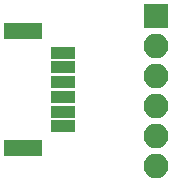
<source format=gbr>
G04 #@! TF.GenerationSoftware,KiCad,Pcbnew,(5.0.0)*
G04 #@! TF.CreationDate,2019-01-08T23:43:22-05:00*
G04 #@! TF.ProjectId,JST Breakout,4A535420427265616B6F75742E6B6963,rev?*
G04 #@! TF.SameCoordinates,Original*
G04 #@! TF.FileFunction,Soldermask,Top*
G04 #@! TF.FilePolarity,Negative*
%FSLAX46Y46*%
G04 Gerber Fmt 4.6, Leading zero omitted, Abs format (unit mm)*
G04 Created by KiCad (PCBNEW (5.0.0)) date 01/08/19 23:43:22*
%MOMM*%
%LPD*%
G01*
G04 APERTURE LIST*
%ADD10R,2.100000X2.100000*%
%ADD11O,2.100000X2.100000*%
%ADD12R,2.100000X1.000000*%
%ADD13R,3.200000X1.400000*%
G04 APERTURE END LIST*
D10*
G04 #@! TO.C,J2*
X113686601Y-81809601D03*
D11*
X113686601Y-84349601D03*
X113686601Y-86889601D03*
X113686601Y-89429601D03*
X113686601Y-91969601D03*
X113686601Y-94509601D03*
G04 #@! TD*
D12*
G04 #@! TO.C,J1*
X105740200Y-91131400D03*
X105740200Y-89881400D03*
X105740200Y-88631400D03*
X105740200Y-87381400D03*
X105740200Y-86131400D03*
X105740200Y-84881400D03*
D13*
X102390200Y-92981400D03*
X102390200Y-83031400D03*
G04 #@! TD*
M02*

</source>
